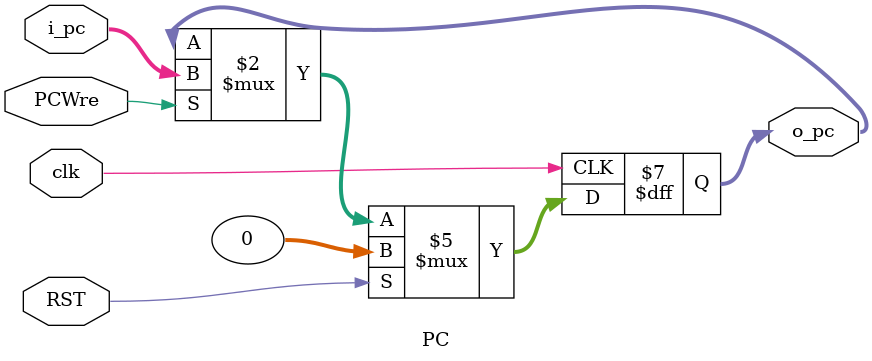
<source format=v>
`timescale 1ns / 1ps

module PC(
    input clk, PCWre, RST,
    input [31:0] i_pc,
    output reg [31:0] o_pc
    );
    always @(posedge clk) begin //µ±pcWre¸Ä±äµÄÊ±ºò»òÕßRST¸Ä±äµÄÊ±ºòÔÙ¼ì²â
        if(RST) o_pc <= 0;
        else if(PCWre) o_pc <= i_pc;
    end
endmodule
</source>
